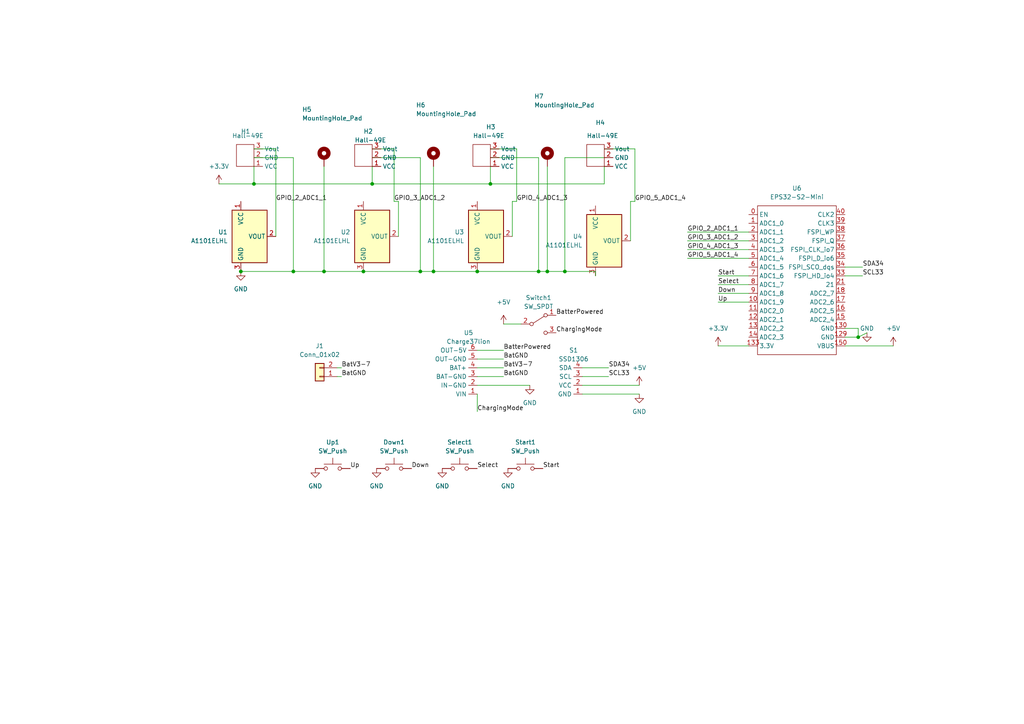
<source format=kicad_sch>
(kicad_sch (version 20211123) (generator eeschema)

  (uuid 43131a85-3f45-4b7b-9b68-70f8973e99b1)

  (paper "A4")

  (lib_symbols
    (symbol "Connector_Generic:Conn_01x02" (pin_names (offset 1.016) hide) (in_bom yes) (on_board yes)
      (property "Reference" "J" (id 0) (at 0 2.54 0)
        (effects (font (size 1.27 1.27)))
      )
      (property "Value" "Conn_01x02" (id 1) (at 0 -5.08 0)
        (effects (font (size 1.27 1.27)))
      )
      (property "Footprint" "" (id 2) (at 0 0 0)
        (effects (font (size 1.27 1.27)) hide)
      )
      (property "Datasheet" "~" (id 3) (at 0 0 0)
        (effects (font (size 1.27 1.27)) hide)
      )
      (property "ki_keywords" "connector" (id 4) (at 0 0 0)
        (effects (font (size 1.27 1.27)) hide)
      )
      (property "ki_description" "Generic connector, single row, 01x02, script generated (kicad-library-utils/schlib/autogen/connector/)" (id 5) (at 0 0 0)
        (effects (font (size 1.27 1.27)) hide)
      )
      (property "ki_fp_filters" "Connector*:*_1x??_*" (id 6) (at 0 0 0)
        (effects (font (size 1.27 1.27)) hide)
      )
      (symbol "Conn_01x02_1_1"
        (rectangle (start -1.27 -2.413) (end 0 -2.667)
          (stroke (width 0.1524) (type default) (color 0 0 0 0))
          (fill (type none))
        )
        (rectangle (start -1.27 0.127) (end 0 -0.127)
          (stroke (width 0.1524) (type default) (color 0 0 0 0))
          (fill (type none))
        )
        (rectangle (start -1.27 1.27) (end 1.27 -3.81)
          (stroke (width 0.254) (type default) (color 0 0 0 0))
          (fill (type background))
        )
        (pin passive line (at -5.08 0 0) (length 3.81)
          (name "Pin_1" (effects (font (size 1.27 1.27))))
          (number "1" (effects (font (size 1.27 1.27))))
        )
        (pin passive line (at -5.08 -2.54 0) (length 3.81)
          (name "Pin_2" (effects (font (size 1.27 1.27))))
          (number "2" (effects (font (size 1.27 1.27))))
        )
      )
    )
    (symbol "Mechanical:MountingHole_Pad" (pin_numbers hide) (pin_names (offset 1.016) hide) (in_bom yes) (on_board yes)
      (property "Reference" "H" (id 0) (at 0 6.35 0)
        (effects (font (size 1.27 1.27)))
      )
      (property "Value" "MountingHole_Pad" (id 1) (at 0 4.445 0)
        (effects (font (size 1.27 1.27)))
      )
      (property "Footprint" "" (id 2) (at 0 0 0)
        (effects (font (size 1.27 1.27)) hide)
      )
      (property "Datasheet" "~" (id 3) (at 0 0 0)
        (effects (font (size 1.27 1.27)) hide)
      )
      (property "ki_keywords" "mounting hole" (id 4) (at 0 0 0)
        (effects (font (size 1.27 1.27)) hide)
      )
      (property "ki_description" "Mounting Hole with connection" (id 5) (at 0 0 0)
        (effects (font (size 1.27 1.27)) hide)
      )
      (property "ki_fp_filters" "MountingHole*Pad*" (id 6) (at 0 0 0)
        (effects (font (size 1.27 1.27)) hide)
      )
      (symbol "MountingHole_Pad_0_1"
        (circle (center 0 1.27) (radius 1.27)
          (stroke (width 1.27) (type default) (color 0 0 0 0))
          (fill (type none))
        )
      )
      (symbol "MountingHole_Pad_1_1"
        (pin input line (at 0 -2.54 90) (length 2.54)
          (name "1" (effects (font (size 1.27 1.27))))
          (number "1" (effects (font (size 1.27 1.27))))
        )
      )
    )
    (symbol "OpenMuscleLibrary:Charge37lion" (in_bom yes) (on_board yes)
      (property "Reference" "U" (id 0) (at 0 0 0)
        (effects (font (size 1.27 1.27)))
      )
      (property "Value" "Charge37lion" (id 1) (at 0 0 0)
        (effects (font (size 1.27 1.27)))
      )
      (property "Footprint" "" (id 2) (at 0 0 0)
        (effects (font (size 1.27 1.27)) hide)
      )
      (property "Datasheet" "" (id 3) (at 0 0 0)
        (effects (font (size 1.27 1.27)) hide)
      )
      (symbol "Charge37lion_1_1"
        (pin input line (at 2.54 -16.51 180) (length 2.54)
          (name "VIN" (effects (font (size 1.27 1.27))))
          (number "1" (effects (font (size 1.27 1.27))))
        )
        (pin input line (at 2.54 -13.97 180) (length 2.54)
          (name "IN-GND" (effects (font (size 1.27 1.27))))
          (number "2" (effects (font (size 1.27 1.27))))
        )
        (pin input line (at 2.54 -11.43 180) (length 2.54)
          (name "BAT-GND" (effects (font (size 1.27 1.27))))
          (number "3" (effects (font (size 1.27 1.27))))
        )
        (pin input line (at 2.54 -8.89 180) (length 2.54)
          (name "BAT+" (effects (font (size 1.27 1.27))))
          (number "4" (effects (font (size 1.27 1.27))))
        )
        (pin input line (at 2.54 -6.35 180) (length 2.54)
          (name "OUT-GND" (effects (font (size 1.27 1.27))))
          (number "5" (effects (font (size 1.27 1.27))))
        )
        (pin input line (at 2.54 -3.81 180) (length 2.54)
          (name "OUT-5V" (effects (font (size 1.27 1.27))))
          (number "6" (effects (font (size 1.27 1.27))))
        )
      )
    )
    (symbol "OpenMuscleLibrary:EPS32-S2-Mini" (in_bom yes) (on_board yes)
      (property "Reference" "U" (id 0) (at 0 17.78 0)
        (effects (font (size 1.27 1.27)))
      )
      (property "Value" "EPS32-S2-Mini" (id 1) (at 0 20.32 0)
        (effects (font (size 1.27 1.27)))
      )
      (property "Footprint" "" (id 2) (at 0 0 0)
        (effects (font (size 1.27 1.27)) hide)
      )
      (property "Datasheet" "" (id 3) (at 0 0 0)
        (effects (font (size 1.27 1.27)) hide)
      )
      (symbol "EPS32-S2-Mini_0_1"
        (rectangle (start -12.7 16.51) (end 10.16 -26.67)
          (stroke (width 0) (type default) (color 0 0 0 0))
          (fill (type none))
        )
      )
      (symbol "EPS32-S2-Mini_1_1"
        (pin input line (at -15.24 13.97 0) (length 2.54)
          (name "EN" (effects (font (size 1.27 1.27))))
          (number "0" (effects (font (size 1.27 1.27))))
        )
        (pin input line (at -15.24 11.43 0) (length 2.54)
          (name "ADC1_0" (effects (font (size 1.27 1.27))))
          (number "1" (effects (font (size 1.27 1.27))))
        )
        (pin input line (at -15.24 -11.43 0) (length 2.54)
          (name "ADC1_9" (effects (font (size 1.27 1.27))))
          (number "10" (effects (font (size 1.27 1.27))))
        )
        (pin input line (at -15.24 -13.97 0) (length 2.54)
          (name "ADC2_0" (effects (font (size 1.27 1.27))))
          (number "11" (effects (font (size 1.27 1.27))))
        )
        (pin input line (at -15.24 -16.51 0) (length 2.54)
          (name "ADC2_1" (effects (font (size 1.27 1.27))))
          (number "12" (effects (font (size 1.27 1.27))))
        )
        (pin input line (at 12.7 -21.59 180) (length 2.54)
          (name "GND" (effects (font (size 1.27 1.27))))
          (number "129" (effects (font (size 1.27 1.27))))
        )
        (pin input line (at -15.24 -19.05 0) (length 2.54)
          (name "ADC2_2" (effects (font (size 1.27 1.27))))
          (number "13" (effects (font (size 1.27 1.27))))
        )
        (pin input line (at 12.7 -19.05 180) (length 2.54)
          (name "GND" (effects (font (size 1.27 1.27))))
          (number "130" (effects (font (size 1.27 1.27))))
        )
        (pin input line (at -15.24 -24.13 0) (length 2.54)
          (name "3.3V" (effects (font (size 1.27 1.27))))
          (number "133" (effects (font (size 1.27 1.27))))
        )
        (pin input line (at -15.24 -21.59 0) (length 2.54)
          (name "ADC2_3" (effects (font (size 1.27 1.27))))
          (number "14" (effects (font (size 1.27 1.27))))
        )
        (pin input line (at 12.7 -16.51 180) (length 2.54)
          (name "ADC2_4" (effects (font (size 1.27 1.27))))
          (number "15" (effects (font (size 1.27 1.27))))
        )
        (pin input line (at 12.7 -24.13 180) (length 2.54)
          (name "VBUS" (effects (font (size 1.27 1.27))))
          (number "150" (effects (font (size 1.27 1.27))))
        )
        (pin input line (at 12.7 -13.97 180) (length 2.54)
          (name "ADC2_5" (effects (font (size 1.27 1.27))))
          (number "16" (effects (font (size 1.27 1.27))))
        )
        (pin input line (at 12.7 -11.43 180) (length 2.54)
          (name "ADC2_6" (effects (font (size 1.27 1.27))))
          (number "17" (effects (font (size 1.27 1.27))))
        )
        (pin input line (at 12.7 -8.89 180) (length 2.54)
          (name "ADC2_7" (effects (font (size 1.27 1.27))))
          (number "18" (effects (font (size 1.27 1.27))))
        )
        (pin input line (at -15.24 8.89 0) (length 2.54)
          (name "ADC1_1" (effects (font (size 1.27 1.27))))
          (number "2" (effects (font (size 1.27 1.27))))
        )
        (pin input line (at 12.7 -6.35 180) (length 2.54)
          (name "21" (effects (font (size 1.27 1.27))))
          (number "21" (effects (font (size 1.27 1.27))))
        )
        (pin input line (at -15.24 6.35 0) (length 2.54)
          (name "ADC1_2" (effects (font (size 1.27 1.27))))
          (number "3" (effects (font (size 1.27 1.27))))
        )
        (pin input line (at 12.7 -3.81 180) (length 2.54)
          (name "FSPI_HD_io4" (effects (font (size 1.27 1.27))))
          (number "33" (effects (font (size 1.27 1.27))))
        )
        (pin input line (at 12.7 -1.27 180) (length 2.54)
          (name "FSPI_SCO_dqs" (effects (font (size 1.27 1.27))))
          (number "34" (effects (font (size 1.27 1.27))))
        )
        (pin input line (at 12.7 1.27 180) (length 2.54)
          (name "FSPI_D_io6" (effects (font (size 1.27 1.27))))
          (number "35" (effects (font (size 1.27 1.27))))
        )
        (pin input line (at 12.7 3.81 180) (length 2.54)
          (name "FSPI_CLK_io7" (effects (font (size 1.27 1.27))))
          (number "36" (effects (font (size 1.27 1.27))))
        )
        (pin input line (at 12.7 6.35 180) (length 2.54)
          (name "FSPI_Q" (effects (font (size 1.27 1.27))))
          (number "37" (effects (font (size 1.27 1.27))))
        )
        (pin input line (at 12.7 8.89 180) (length 2.54)
          (name "FSPI_WP" (effects (font (size 1.27 1.27))))
          (number "38" (effects (font (size 1.27 1.27))))
        )
        (pin input line (at 12.7 11.43 180) (length 2.54)
          (name "CLK3" (effects (font (size 1.27 1.27))))
          (number "39" (effects (font (size 1.27 1.27))))
        )
        (pin input line (at -15.24 3.81 0) (length 2.54)
          (name "ADC1_3" (effects (font (size 1.27 1.27))))
          (number "4" (effects (font (size 1.27 1.27))))
        )
        (pin input line (at 12.7 13.97 180) (length 2.54)
          (name "CLK2" (effects (font (size 1.27 1.27))))
          (number "40" (effects (font (size 1.27 1.27))))
        )
        (pin input line (at -15.24 1.27 0) (length 2.54)
          (name "ADC1_4" (effects (font (size 1.27 1.27))))
          (number "5" (effects (font (size 1.27 1.27))))
        )
        (pin input line (at -15.24 -1.27 0) (length 2.54)
          (name "ADC1_5" (effects (font (size 1.27 1.27))))
          (number "6" (effects (font (size 1.27 1.27))))
        )
        (pin input line (at -15.24 -3.81 0) (length 2.54)
          (name "ADC1_6" (effects (font (size 1.27 1.27))))
          (number "7" (effects (font (size 1.27 1.27))))
        )
        (pin input line (at -15.24 -6.35 0) (length 2.54)
          (name "ADC1_7" (effects (font (size 1.27 1.27))))
          (number "8" (effects (font (size 1.27 1.27))))
        )
        (pin input line (at -15.24 -8.89 0) (length 2.54)
          (name "ADC1_8" (effects (font (size 1.27 1.27))))
          (number "9" (effects (font (size 1.27 1.27))))
        )
      )
    )
    (symbol "OpenMuscleLibrary:Hall-49E" (in_bom yes) (on_board yes)
      (property "Reference" "H" (id 0) (at -1.27 5.08 0)
        (effects (font (size 1.27 1.27)))
      )
      (property "Value" "Hall-49E" (id 1) (at 2.54 7.62 0)
        (effects (font (size 1.27 1.27)))
      )
      (property "Footprint" "" (id 2) (at 0 0 0)
        (effects (font (size 1.27 1.27)) hide)
      )
      (property "Datasheet" "" (id 3) (at 0 0 0)
        (effects (font (size 1.27 1.27)) hide)
      )
      (symbol "Hall-49E_0_1"
        (rectangle (start -2.54 3.81) (end 2.54 -2.54)
          (stroke (width 0) (type default) (color 0 0 0 0))
          (fill (type none))
        )
      )
      (symbol "Hall-49E_1_1"
        (pin input line (at 2.54 -2.54 0) (length 2.54)
          (name "VCC" (effects (font (size 1.27 1.27))))
          (number "1" (effects (font (size 1.27 1.27))))
        )
        (pin input line (at 2.54 0 0) (length 2.54)
          (name "GND" (effects (font (size 1.27 1.27))))
          (number "2" (effects (font (size 1.27 1.27))))
        )
        (pin output line (at 2.54 2.54 0) (length 2.54)
          (name "Vout" (effects (font (size 1.27 1.27))))
          (number "3" (effects (font (size 1.27 1.27))))
        )
      )
    )
    (symbol "OpenMuscleLibrary:SSD1306" (in_bom yes) (on_board yes)
      (property "Reference" "S" (id 0) (at 0 0 0)
        (effects (font (size 1.27 1.27)))
      )
      (property "Value" "SSD1306" (id 1) (at 0 0 0)
        (effects (font (size 1.27 1.27)))
      )
      (property "Footprint" "" (id 2) (at 0 0 0)
        (effects (font (size 1.27 1.27)) hide)
      )
      (property "Datasheet" "" (id 3) (at 0 0 0)
        (effects (font (size 1.27 1.27)) hide)
      )
      (symbol "SSD1306_1_1"
        (pin input line (at 1.27 -11.43 180) (length 2.54)
          (name "GND" (effects (font (size 1.27 1.27))))
          (number "1" (effects (font (size 1.27 1.27))))
        )
        (pin input line (at 1.27 -8.89 180) (length 2.54)
          (name "VCC" (effects (font (size 1.27 1.27))))
          (number "2" (effects (font (size 1.27 1.27))))
        )
        (pin input line (at 1.27 -6.35 180) (length 2.54)
          (name "SCL" (effects (font (size 1.27 1.27))))
          (number "3" (effects (font (size 1.27 1.27))))
        )
        (pin input line (at 1.27 -3.81 180) (length 2.54)
          (name "SDA" (effects (font (size 1.27 1.27))))
          (number "4" (effects (font (size 1.27 1.27))))
        )
      )
    )
    (symbol "Sensor_Magnetic:A1101ELHL" (in_bom yes) (on_board yes)
      (property "Reference" "U" (id 0) (at 0 11.43 0)
        (effects (font (size 1.27 1.27)) (justify left))
      )
      (property "Value" "A1101ELHL" (id 1) (at 0 8.89 0)
        (effects (font (size 1.27 1.27)) (justify left))
      )
      (property "Footprint" "Package_TO_SOT_SMD:SOT-23W" (id 2) (at 0 -8.89 0)
        (effects (font (size 1.27 1.27) italic) (justify left) hide)
      )
      (property "Datasheet" "https://www.allegromicro.com/-/media/files/datasheets/a110x-datasheet.ashx" (id 3) (at 0 16.51 0)
        (effects (font (size 1.27 1.27)) hide)
      )
      (property "ki_keywords" "hall switch" (id 4) (at 0 0 0)
        (effects (font (size 1.27 1.27)) hide)
      )
      (property "ki_description" "Hall effect switch, unipolar, Bop=100G, Brp=45G, -40C to +85C, SOT-23W" (id 5) (at 0 0 0)
        (effects (font (size 1.27 1.27)) hide)
      )
      (property "ki_fp_filters" "SOT?23*" (id 6) (at 0 0 0)
        (effects (font (size 1.27 1.27)) hide)
      )
      (symbol "A1101ELHL_0_1"
        (rectangle (start -5.08 7.62) (end 5.08 -7.62)
          (stroke (width 0.254) (type default) (color 0 0 0 0))
          (fill (type background))
        )
      )
      (symbol "A1101ELHL_1_1"
        (pin power_in line (at -2.54 10.16 270) (length 2.54)
          (name "VCC" (effects (font (size 1.27 1.27))))
          (number "1" (effects (font (size 1.27 1.27))))
        )
        (pin open_collector line (at 7.62 0 180) (length 2.54)
          (name "VOUT" (effects (font (size 1.27 1.27))))
          (number "2" (effects (font (size 1.27 1.27))))
        )
        (pin power_in line (at -2.54 -10.16 90) (length 2.54)
          (name "GND" (effects (font (size 1.27 1.27))))
          (number "3" (effects (font (size 1.27 1.27))))
        )
      )
    )
    (symbol "Switch:SW_Push" (pin_numbers hide) (pin_names (offset 1.016) hide) (in_bom yes) (on_board yes)
      (property "Reference" "SW" (id 0) (at 1.27 2.54 0)
        (effects (font (size 1.27 1.27)) (justify left))
      )
      (property "Value" "SW_Push" (id 1) (at 0 -1.524 0)
        (effects (font (size 1.27 1.27)))
      )
      (property "Footprint" "" (id 2) (at 0 5.08 0)
        (effects (font (size 1.27 1.27)) hide)
      )
      (property "Datasheet" "~" (id 3) (at 0 5.08 0)
        (effects (font (size 1.27 1.27)) hide)
      )
      (property "ki_keywords" "switch normally-open pushbutton push-button" (id 4) (at 0 0 0)
        (effects (font (size 1.27 1.27)) hide)
      )
      (property "ki_description" "Push button switch, generic, two pins" (id 5) (at 0 0 0)
        (effects (font (size 1.27 1.27)) hide)
      )
      (symbol "SW_Push_0_1"
        (circle (center -2.032 0) (radius 0.508)
          (stroke (width 0) (type default) (color 0 0 0 0))
          (fill (type none))
        )
        (polyline
          (pts
            (xy 0 1.27)
            (xy 0 3.048)
          )
          (stroke (width 0) (type default) (color 0 0 0 0))
          (fill (type none))
        )
        (polyline
          (pts
            (xy 2.54 1.27)
            (xy -2.54 1.27)
          )
          (stroke (width 0) (type default) (color 0 0 0 0))
          (fill (type none))
        )
        (circle (center 2.032 0) (radius 0.508)
          (stroke (width 0) (type default) (color 0 0 0 0))
          (fill (type none))
        )
        (pin passive line (at -5.08 0 0) (length 2.54)
          (name "1" (effects (font (size 1.27 1.27))))
          (number "1" (effects (font (size 1.27 1.27))))
        )
        (pin passive line (at 5.08 0 180) (length 2.54)
          (name "2" (effects (font (size 1.27 1.27))))
          (number "2" (effects (font (size 1.27 1.27))))
        )
      )
    )
    (symbol "Switch:SW_SPDT" (pin_names (offset 0) hide) (in_bom yes) (on_board yes)
      (property "Reference" "SW" (id 0) (at 0 4.318 0)
        (effects (font (size 1.27 1.27)))
      )
      (property "Value" "SW_SPDT" (id 1) (at 0 -5.08 0)
        (effects (font (size 1.27 1.27)))
      )
      (property "Footprint" "" (id 2) (at 0 0 0)
        (effects (font (size 1.27 1.27)) hide)
      )
      (property "Datasheet" "~" (id 3) (at 0 0 0)
        (effects (font (size 1.27 1.27)) hide)
      )
      (property "ki_keywords" "switch single-pole double-throw spdt ON-ON" (id 4) (at 0 0 0)
        (effects (font (size 1.27 1.27)) hide)
      )
      (property "ki_description" "Switch, single pole double throw" (id 5) (at 0 0 0)
        (effects (font (size 1.27 1.27)) hide)
      )
      (symbol "SW_SPDT_0_0"
        (circle (center -2.032 0) (radius 0.508)
          (stroke (width 0) (type default) (color 0 0 0 0))
          (fill (type none))
        )
        (circle (center 2.032 -2.54) (radius 0.508)
          (stroke (width 0) (type default) (color 0 0 0 0))
          (fill (type none))
        )
      )
      (symbol "SW_SPDT_0_1"
        (polyline
          (pts
            (xy -1.524 0.254)
            (xy 1.651 2.286)
          )
          (stroke (width 0) (type default) (color 0 0 0 0))
          (fill (type none))
        )
        (circle (center 2.032 2.54) (radius 0.508)
          (stroke (width 0) (type default) (color 0 0 0 0))
          (fill (type none))
        )
      )
      (symbol "SW_SPDT_1_1"
        (pin passive line (at 5.08 2.54 180) (length 2.54)
          (name "A" (effects (font (size 1.27 1.27))))
          (number "1" (effects (font (size 1.27 1.27))))
        )
        (pin passive line (at -5.08 0 0) (length 2.54)
          (name "B" (effects (font (size 1.27 1.27))))
          (number "2" (effects (font (size 1.27 1.27))))
        )
        (pin passive line (at 5.08 -2.54 180) (length 2.54)
          (name "C" (effects (font (size 1.27 1.27))))
          (number "3" (effects (font (size 1.27 1.27))))
        )
      )
    )
    (symbol "power:+3.3V" (power) (pin_names (offset 0)) (in_bom yes) (on_board yes)
      (property "Reference" "#PWR" (id 0) (at 0 -3.81 0)
        (effects (font (size 1.27 1.27)) hide)
      )
      (property "Value" "+3.3V" (id 1) (at 0 3.556 0)
        (effects (font (size 1.27 1.27)))
      )
      (property "Footprint" "" (id 2) (at 0 0 0)
        (effects (font (size 1.27 1.27)) hide)
      )
      (property "Datasheet" "" (id 3) (at 0 0 0)
        (effects (font (size 1.27 1.27)) hide)
      )
      (property "ki_keywords" "power-flag" (id 4) (at 0 0 0)
        (effects (font (size 1.27 1.27)) hide)
      )
      (property "ki_description" "Power symbol creates a global label with name \"+3.3V\"" (id 5) (at 0 0 0)
        (effects (font (size 1.27 1.27)) hide)
      )
      (symbol "+3.3V_0_1"
        (polyline
          (pts
            (xy -0.762 1.27)
            (xy 0 2.54)
          )
          (stroke (width 0) (type default) (color 0 0 0 0))
          (fill (type none))
        )
        (polyline
          (pts
            (xy 0 0)
            (xy 0 2.54)
          )
          (stroke (width 0) (type default) (color 0 0 0 0))
          (fill (type none))
        )
        (polyline
          (pts
            (xy 0 2.54)
            (xy 0.762 1.27)
          )
          (stroke (width 0) (type default) (color 0 0 0 0))
          (fill (type none))
        )
      )
      (symbol "+3.3V_1_1"
        (pin power_in line (at 0 0 90) (length 0) hide
          (name "+3.3V" (effects (font (size 1.27 1.27))))
          (number "1" (effects (font (size 1.27 1.27))))
        )
      )
    )
    (symbol "power:+5V" (power) (pin_names (offset 0)) (in_bom yes) (on_board yes)
      (property "Reference" "#PWR" (id 0) (at 0 -3.81 0)
        (effects (font (size 1.27 1.27)) hide)
      )
      (property "Value" "+5V" (id 1) (at 0 3.556 0)
        (effects (font (size 1.27 1.27)))
      )
      (property "Footprint" "" (id 2) (at 0 0 0)
        (effects (font (size 1.27 1.27)) hide)
      )
      (property "Datasheet" "" (id 3) (at 0 0 0)
        (effects (font (size 1.27 1.27)) hide)
      )
      (property "ki_keywords" "power-flag" (id 4) (at 0 0 0)
        (effects (font (size 1.27 1.27)) hide)
      )
      (property "ki_description" "Power symbol creates a global label with name \"+5V\"" (id 5) (at 0 0 0)
        (effects (font (size 1.27 1.27)) hide)
      )
      (symbol "+5V_0_1"
        (polyline
          (pts
            (xy -0.762 1.27)
            (xy 0 2.54)
          )
          (stroke (width 0) (type default) (color 0 0 0 0))
          (fill (type none))
        )
        (polyline
          (pts
            (xy 0 0)
            (xy 0 2.54)
          )
          (stroke (width 0) (type default) (color 0 0 0 0))
          (fill (type none))
        )
        (polyline
          (pts
            (xy 0 2.54)
            (xy 0.762 1.27)
          )
          (stroke (width 0) (type default) (color 0 0 0 0))
          (fill (type none))
        )
      )
      (symbol "+5V_1_1"
        (pin power_in line (at 0 0 90) (length 0) hide
          (name "+5V" (effects (font (size 1.27 1.27))))
          (number "1" (effects (font (size 1.27 1.27))))
        )
      )
    )
    (symbol "power:GND" (power) (pin_names (offset 0)) (in_bom yes) (on_board yes)
      (property "Reference" "#PWR" (id 0) (at 0 -6.35 0)
        (effects (font (size 1.27 1.27)) hide)
      )
      (property "Value" "GND" (id 1) (at 0 -3.81 0)
        (effects (font (size 1.27 1.27)))
      )
      (property "Footprint" "" (id 2) (at 0 0 0)
        (effects (font (size 1.27 1.27)) hide)
      )
      (property "Datasheet" "" (id 3) (at 0 0 0)
        (effects (font (size 1.27 1.27)) hide)
      )
      (property "ki_keywords" "power-flag" (id 4) (at 0 0 0)
        (effects (font (size 1.27 1.27)) hide)
      )
      (property "ki_description" "Power symbol creates a global label with name \"GND\" , ground" (id 5) (at 0 0 0)
        (effects (font (size 1.27 1.27)) hide)
      )
      (symbol "GND_0_1"
        (polyline
          (pts
            (xy 0 0)
            (xy 0 -1.27)
            (xy 1.27 -1.27)
            (xy 0 -2.54)
            (xy -1.27 -1.27)
            (xy 0 -1.27)
          )
          (stroke (width 0) (type default) (color 0 0 0 0))
          (fill (type none))
        )
      )
      (symbol "GND_1_1"
        (pin power_in line (at 0 0 270) (length 0) hide
          (name "GND" (effects (font (size 1.27 1.27))))
          (number "1" (effects (font (size 1.27 1.27))))
        )
      )
    )
  )

  (junction (at 158.75 78.74) (diameter 0) (color 0 0 0 0)
    (uuid 2254936f-0a26-4e28-afda-43522ee3cee9)
  )
  (junction (at 73.66 53.34) (diameter 0) (color 0 0 0 0)
    (uuid 4786420d-23c8-470e-8374-e5dcd9d35f33)
  )
  (junction (at 125.73 78.74) (diameter 0) (color 0 0 0 0)
    (uuid 4949c388-27e0-4eda-bf54-e41f07aedf8f)
  )
  (junction (at 156.21 78.74) (diameter 0) (color 0 0 0 0)
    (uuid 4dd2ffa9-c6e0-4503-94ec-5bbc09142242)
  )
  (junction (at 248.92 97.79) (diameter 0) (color 0 0 0 0)
    (uuid 74380081-721f-4978-afd4-e2fb4db3955b)
  )
  (junction (at 69.85 78.74) (diameter 0) (color 0 0 0 0)
    (uuid 77651223-54d8-4605-b37c-bf8c9538a46b)
  )
  (junction (at 85.09 78.74) (diameter 0) (color 0 0 0 0)
    (uuid 7acec3e9-cc4e-47b6-baa9-fad196e591c4)
  )
  (junction (at 107.95 53.34) (diameter 0) (color 0 0 0 0)
    (uuid 7e4b8ecd-4913-429a-84bf-0ca408229706)
  )
  (junction (at 121.92 78.74) (diameter 0) (color 0 0 0 0)
    (uuid 8351dfca-cf60-448a-90d2-dd74d78a5b0f)
  )
  (junction (at 163.83 78.74) (diameter 0) (color 0 0 0 0)
    (uuid 9189fce4-509a-4dd1-a39d-123ada26431f)
  )
  (junction (at 105.41 78.74) (diameter 0) (color 0 0 0 0)
    (uuid 91ef1b0a-6926-438c-951c-d74ed1ffcff4)
  )
  (junction (at 138.43 78.74) (diameter 0) (color 0 0 0 0)
    (uuid 9ce39c3d-39c2-42fd-ad63-b6100d9a9eab)
  )
  (junction (at 142.24 53.34) (diameter 0) (color 0 0 0 0)
    (uuid d09a6327-c12f-4708-8b0d-4bfba203f1a9)
  )
  (junction (at 93.98 78.74) (diameter 0) (color 0 0 0 0)
    (uuid d2aaf305-8d65-4294-84c3-c206fc0c9b71)
  )

  (wire (pts (xy 107.95 45.72) (xy 121.92 45.72))
    (stroke (width 0) (type default) (color 0 0 0 0))
    (uuid 02ddc096-3bb9-46c9-b1ef-4bde8496320c)
  )
  (wire (pts (xy 85.09 45.72) (xy 85.09 78.74))
    (stroke (width 0) (type default) (color 0 0 0 0))
    (uuid 0418376b-6ffd-42bb-9a12-7a6dae95f799)
  )
  (wire (pts (xy 199.39 72.39) (xy 217.17 72.39))
    (stroke (width 0) (type default) (color 0 0 0 0))
    (uuid 04b6684c-bc6f-4d7f-8ae2-1c8991141adc)
  )
  (wire (pts (xy 142.24 48.26) (xy 142.24 53.34))
    (stroke (width 0) (type default) (color 0 0 0 0))
    (uuid 073f7e63-4551-4d15-b3f8-5b1a502fbc8c)
  )
  (wire (pts (xy 63.5 53.34) (xy 73.66 53.34))
    (stroke (width 0) (type default) (color 0 0 0 0))
    (uuid 0764ebd9-a0bc-41cb-b55a-97c4a55f7742)
  )
  (wire (pts (xy 168.91 106.68) (xy 176.53 106.68))
    (stroke (width 0) (type default) (color 0 0 0 0))
    (uuid 092ecf90-f27d-4314-9961-5c1d30f31546)
  )
  (wire (pts (xy 208.28 100.33) (xy 217.17 100.33))
    (stroke (width 0) (type default) (color 0 0 0 0))
    (uuid 0afa273f-871f-4f18-85e6-63e7a4b2e080)
  )
  (wire (pts (xy 208.28 87.63) (xy 217.17 87.63))
    (stroke (width 0) (type default) (color 0 0 0 0))
    (uuid 0b2ae10c-fa1b-4be8-9811-6a31b69c2d13)
  )
  (wire (pts (xy 142.24 45.72) (xy 156.21 45.72))
    (stroke (width 0) (type default) (color 0 0 0 0))
    (uuid 0e866717-2182-4cfa-83d3-1c1fd0e11ce9)
  )
  (wire (pts (xy 199.39 69.85) (xy 217.17 69.85))
    (stroke (width 0) (type default) (color 0 0 0 0))
    (uuid 1548f775-1213-451a-b281-85d366b18fb0)
  )
  (wire (pts (xy 156.21 78.74) (xy 158.75 78.74))
    (stroke (width 0) (type default) (color 0 0 0 0))
    (uuid 15a99fee-a9e8-43da-b052-ad3eb0293153)
  )
  (wire (pts (xy 250.19 77.47) (xy 245.11 77.47))
    (stroke (width 0) (type default) (color 0 0 0 0))
    (uuid 1f7ece61-9144-4b3c-82da-34cba9afd9f9)
  )
  (wire (pts (xy 148.59 58.42) (xy 149.86 58.42))
    (stroke (width 0) (type default) (color 0 0 0 0))
    (uuid 236d2f2d-2c1e-49dd-a97e-797050d5ef97)
  )
  (wire (pts (xy 105.41 78.74) (xy 121.92 78.74))
    (stroke (width 0) (type default) (color 0 0 0 0))
    (uuid 24bb36ef-94ae-470b-8b75-0be62befb08e)
  )
  (wire (pts (xy 73.66 48.26) (xy 73.66 53.34))
    (stroke (width 0) (type default) (color 0 0 0 0))
    (uuid 285a9937-8518-48bf-b230-354bf5d8a8a1)
  )
  (wire (pts (xy 93.98 48.26) (xy 93.98 78.74))
    (stroke (width 0) (type default) (color 0 0 0 0))
    (uuid 28a99bca-8cfd-437c-b1ce-b4566418c3ec)
  )
  (wire (pts (xy 97.79 109.22) (xy 99.06 109.22))
    (stroke (width 0) (type default) (color 0 0 0 0))
    (uuid 32c56ec5-9ac0-45cb-9e56-ad5d6f382874)
  )
  (wire (pts (xy 73.66 45.72) (xy 85.09 45.72))
    (stroke (width 0) (type default) (color 0 0 0 0))
    (uuid 387e2601-8da2-4ddb-ae94-7dd700170d30)
  )
  (wire (pts (xy 184.15 43.18) (xy 184.15 58.42))
    (stroke (width 0) (type default) (color 0 0 0 0))
    (uuid 3b1b1e71-f74f-4781-b4bb-2159830d438c)
  )
  (wire (pts (xy 115.57 58.42) (xy 114.3 58.42))
    (stroke (width 0) (type default) (color 0 0 0 0))
    (uuid 3c18e016-0e7d-470b-a14d-1730b6960b2a)
  )
  (wire (pts (xy 163.83 78.74) (xy 172.72 78.74))
    (stroke (width 0) (type default) (color 0 0 0 0))
    (uuid 42670ae1-2df9-436b-98a2-0a8cfcbfede0)
  )
  (wire (pts (xy 114.3 43.18) (xy 114.3 58.42))
    (stroke (width 0) (type default) (color 0 0 0 0))
    (uuid 44e72e07-a6da-4c40-8bc5-0fc84a6db503)
  )
  (wire (pts (xy 125.73 48.26) (xy 125.73 78.74))
    (stroke (width 0) (type default) (color 0 0 0 0))
    (uuid 46ff41b8-a8bb-4627-9cbe-43f0321e9f54)
  )
  (wire (pts (xy 69.85 78.74) (xy 85.09 78.74))
    (stroke (width 0) (type default) (color 0 0 0 0))
    (uuid 4b87f0f5-ab41-408c-affa-1c802826679b)
  )
  (wire (pts (xy 138.43 111.76) (xy 153.67 111.76))
    (stroke (width 0) (type default) (color 0 0 0 0))
    (uuid 4c3727a4-27ca-4d90-801b-14cb589d2b51)
  )
  (wire (pts (xy 245.11 95.25) (xy 248.92 95.25))
    (stroke (width 0) (type default) (color 0 0 0 0))
    (uuid 4f375914-934c-4f38-b079-d9a253dcd9e3)
  )
  (wire (pts (xy 156.21 45.72) (xy 156.21 78.74))
    (stroke (width 0) (type default) (color 0 0 0 0))
    (uuid 5049c0c8-828b-4d68-9a35-fab51e8f42a5)
  )
  (wire (pts (xy 142.24 43.18) (xy 149.86 43.18))
    (stroke (width 0) (type default) (color 0 0 0 0))
    (uuid 505d98f3-077d-48c1-80c9-245c48f05dba)
  )
  (wire (pts (xy 107.95 48.26) (xy 107.95 53.34))
    (stroke (width 0) (type default) (color 0 0 0 0))
    (uuid 558b2fb6-f717-48be-b300-aa1b0d2b461a)
  )
  (wire (pts (xy 248.92 95.25) (xy 248.92 97.79))
    (stroke (width 0) (type default) (color 0 0 0 0))
    (uuid 57bde48e-38d9-4c43-9c2e-4bf65fa2e440)
  )
  (wire (pts (xy 146.05 93.98) (xy 151.13 93.98))
    (stroke (width 0) (type default) (color 0 0 0 0))
    (uuid 58503a4c-f1ce-493d-bedf-3a193c72962a)
  )
  (wire (pts (xy 73.66 53.34) (xy 107.95 53.34))
    (stroke (width 0) (type default) (color 0 0 0 0))
    (uuid 591ef74b-cf7e-45e2-96b1-2176a98e880c)
  )
  (wire (pts (xy 125.73 78.74) (xy 138.43 78.74))
    (stroke (width 0) (type default) (color 0 0 0 0))
    (uuid 593eb8d2-a951-44a2-9fce-1da77fcddfb7)
  )
  (wire (pts (xy 175.26 43.18) (xy 184.15 43.18))
    (stroke (width 0) (type default) (color 0 0 0 0))
    (uuid 5b4809f8-29cb-44d7-86e2-7319318403c8)
  )
  (wire (pts (xy 182.88 69.85) (xy 182.88 58.42))
    (stroke (width 0) (type default) (color 0 0 0 0))
    (uuid 60d7219c-4c5e-47dd-a5f6-a800181a045b)
  )
  (wire (pts (xy 248.92 97.79) (xy 251.46 96.52))
    (stroke (width 0) (type default) (color 0 0 0 0))
    (uuid 6604bc0c-3a21-4760-958c-d23f9ed72d5f)
  )
  (wire (pts (xy 121.92 78.74) (xy 125.73 78.74))
    (stroke (width 0) (type default) (color 0 0 0 0))
    (uuid 67e51c0e-242c-4c44-be1d-a895a8413867)
  )
  (wire (pts (xy 121.92 45.72) (xy 121.92 78.74))
    (stroke (width 0) (type default) (color 0 0 0 0))
    (uuid 72a120b6-9b3e-428d-9ad1-2f8d3c303c2a)
  )
  (wire (pts (xy 73.66 43.18) (xy 80.01 43.18))
    (stroke (width 0) (type default) (color 0 0 0 0))
    (uuid 74c84c52-789e-4338-81cc-2f2cacfe5f0a)
  )
  (wire (pts (xy 158.75 48.26) (xy 158.75 78.74))
    (stroke (width 0) (type default) (color 0 0 0 0))
    (uuid 7a9a1e80-f1ef-45d3-8aea-f56c75c14f78)
  )
  (wire (pts (xy 85.09 78.74) (xy 93.98 78.74))
    (stroke (width 0) (type default) (color 0 0 0 0))
    (uuid 7dc8b978-7271-4cc6-9fcd-2ec597d0aaec)
  )
  (wire (pts (xy 208.28 85.09) (xy 217.17 85.09))
    (stroke (width 0) (type default) (color 0 0 0 0))
    (uuid 83df36ba-422a-4d0f-b072-ca9156858139)
  )
  (wire (pts (xy 115.57 68.58) (xy 115.57 58.42))
    (stroke (width 0) (type default) (color 0 0 0 0))
    (uuid 845efa89-8739-4b80-af2e-e951d2e89634)
  )
  (wire (pts (xy 168.91 109.22) (xy 176.53 109.22))
    (stroke (width 0) (type default) (color 0 0 0 0))
    (uuid 87c00483-8b98-47d0-8d01-ca20903d1ee3)
  )
  (wire (pts (xy 250.19 80.01) (xy 245.11 80.01))
    (stroke (width 0) (type default) (color 0 0 0 0))
    (uuid 88555534-181f-4673-ad0e-2d30e61a0b84)
  )
  (wire (pts (xy 80.01 43.18) (xy 80.01 68.58))
    (stroke (width 0) (type default) (color 0 0 0 0))
    (uuid 8ef02ea7-67d0-4a1c-9806-9c52c498dc56)
  )
  (wire (pts (xy 138.43 109.22) (xy 146.05 109.22))
    (stroke (width 0) (type default) (color 0 0 0 0))
    (uuid 8fefcf2e-e59f-48bb-a834-7d0255753fed)
  )
  (wire (pts (xy 149.86 43.18) (xy 149.86 58.42))
    (stroke (width 0) (type default) (color 0 0 0 0))
    (uuid 9126208a-22be-42cd-a683-10b0664f9ed1)
  )
  (wire (pts (xy 142.24 53.34) (xy 175.26 53.34))
    (stroke (width 0) (type default) (color 0 0 0 0))
    (uuid 923f4af8-2d46-4e70-8550-88443a435cb5)
  )
  (wire (pts (xy 107.95 43.18) (xy 114.3 43.18))
    (stroke (width 0) (type default) (color 0 0 0 0))
    (uuid 935039a6-03ba-4a58-b407-1f03e9798004)
  )
  (wire (pts (xy 138.43 114.3) (xy 138.43 119.38))
    (stroke (width 0) (type default) (color 0 0 0 0))
    (uuid 950c3ac7-4045-4b28-91b3-e80889676a52)
  )
  (wire (pts (xy 158.75 78.74) (xy 163.83 78.74))
    (stroke (width 0) (type default) (color 0 0 0 0))
    (uuid 9776ab27-45c6-44d4-b8c3-d55d3cdaba45)
  )
  (wire (pts (xy 97.79 106.68) (xy 99.06 106.68))
    (stroke (width 0) (type default) (color 0 0 0 0))
    (uuid 998fde23-b09a-4b3e-8b39-d0228868a8a1)
  )
  (wire (pts (xy 146.05 101.6) (xy 138.43 101.6))
    (stroke (width 0) (type default) (color 0 0 0 0))
    (uuid 9a6d0952-46e3-4358-bf4f-3070e7345aa1)
  )
  (wire (pts (xy 245.11 100.33) (xy 259.08 100.33))
    (stroke (width 0) (type default) (color 0 0 0 0))
    (uuid 9aa4d50f-e7be-41b5-bc06-7a89a94eb7f4)
  )
  (wire (pts (xy 208.28 80.01) (xy 217.17 80.01))
    (stroke (width 0) (type default) (color 0 0 0 0))
    (uuid a33864be-c0e7-44a3-8448-dc991599e1b9)
  )
  (wire (pts (xy 182.88 58.42) (xy 184.15 58.42))
    (stroke (width 0) (type default) (color 0 0 0 0))
    (uuid a7a6d0ca-cf10-405a-bc45-eafbe0b30041)
  )
  (wire (pts (xy 217.17 67.31) (xy 199.39 67.31))
    (stroke (width 0) (type default) (color 0 0 0 0))
    (uuid b31d8e91-bb9d-497b-832d-55f943ad0a3b)
  )
  (wire (pts (xy 138.43 78.74) (xy 156.21 78.74))
    (stroke (width 0) (type default) (color 0 0 0 0))
    (uuid b7657a65-ad98-4ed4-9e51-b2227408c6bd)
  )
  (wire (pts (xy 163.83 45.72) (xy 163.83 78.74))
    (stroke (width 0) (type default) (color 0 0 0 0))
    (uuid b80619d1-1b1e-4d0e-8742-8d171cb24d4a)
  )
  (wire (pts (xy 138.43 106.68) (xy 146.05 106.68))
    (stroke (width 0) (type default) (color 0 0 0 0))
    (uuid be4fb2c6-ef6f-45b1-b54c-1ddf2610a6ff)
  )
  (wire (pts (xy 168.91 114.3) (xy 185.42 114.3))
    (stroke (width 0) (type default) (color 0 0 0 0))
    (uuid c4717589-dddd-4ed9-aac3-471ea98be286)
  )
  (wire (pts (xy 148.59 68.58) (xy 148.59 58.42))
    (stroke (width 0) (type default) (color 0 0 0 0))
    (uuid c915221e-3e4b-49aa-b7d1-1c3c6dd46390)
  )
  (wire (pts (xy 245.11 97.79) (xy 248.92 97.79))
    (stroke (width 0) (type default) (color 0 0 0 0))
    (uuid cd19f94e-6668-4c89-ab97-496fc1b86237)
  )
  (wire (pts (xy 208.28 82.55) (xy 217.17 82.55))
    (stroke (width 0) (type default) (color 0 0 0 0))
    (uuid d2afba2e-8cd1-4679-93a1-7d0a5b74f200)
  )
  (wire (pts (xy 168.91 111.76) (xy 185.42 111.76))
    (stroke (width 0) (type default) (color 0 0 0 0))
    (uuid d7af8238-8e12-414c-92de-96d5857cbc2b)
  )
  (wire (pts (xy 138.43 104.14) (xy 146.05 104.14))
    (stroke (width 0) (type default) (color 0 0 0 0))
    (uuid d7fe7d10-d88f-4f65-bc73-3f3957e8ee88)
  )
  (wire (pts (xy 175.26 45.72) (xy 163.83 45.72))
    (stroke (width 0) (type default) (color 0 0 0 0))
    (uuid daf866fb-21d4-4dec-9688-4d83750066df)
  )
  (wire (pts (xy 172.72 78.74) (xy 172.72 80.01))
    (stroke (width 0) (type default) (color 0 0 0 0))
    (uuid f5f4301c-cacd-4925-9ac5-54d81b028b59)
  )
  (wire (pts (xy 107.95 53.34) (xy 142.24 53.34))
    (stroke (width 0) (type default) (color 0 0 0 0))
    (uuid f866173e-6e7a-472a-bd8f-8719d3f5d214)
  )
  (wire (pts (xy 93.98 78.74) (xy 105.41 78.74))
    (stroke (width 0) (type default) (color 0 0 0 0))
    (uuid f882e1dc-9d2a-4d0e-94ed-fd9a959b9616)
  )
  (wire (pts (xy 175.26 53.34) (xy 175.26 48.26))
    (stroke (width 0) (type default) (color 0 0 0 0))
    (uuid fc709dc8-22d6-48f2-a86c-463538d8b2de)
  )
  (wire (pts (xy 199.39 74.93) (xy 217.17 74.93))
    (stroke (width 0) (type default) (color 0 0 0 0))
    (uuid fd99ecbd-b6f7-4f7e-b586-b6492eb0cf60)
  )

  (label "SDA34" (at 250.19 77.47 0)
    (effects (font (size 1.27 1.27)) (justify left bottom))
    (uuid 046709fd-5ce7-44b8-b497-4be2b1f942b7)
  )
  (label "ChargingMode" (at 161.29 96.52 0)
    (effects (font (size 1.27 1.27)) (justify left bottom))
    (uuid 0fc74de7-bcc8-4a23-aa90-2ca1fd60fe22)
  )
  (label "SDA34" (at 176.53 106.68 0)
    (effects (font (size 1.27 1.27)) (justify left bottom))
    (uuid 189bf84f-f291-4d91-ad31-75b406a26707)
  )
  (label "GPIO_5_ADC1_4" (at 199.39 74.93 0)
    (effects (font (size 1.27 1.27)) (justify left bottom))
    (uuid 1a5a4df8-9378-4d66-9581-f18c597851db)
  )
  (label "BatV3-7" (at 99.06 106.68 0)
    (effects (font (size 1.27 1.27)) (justify left bottom))
    (uuid 2407d419-eaec-4632-8e38-865624413c78)
  )
  (label "GPIO_2_ADC1_1" (at 199.39 67.31 0)
    (effects (font (size 1.27 1.27)) (justify left bottom))
    (uuid 25a996c3-d545-4256-8cec-a14190063c58)
  )
  (label "GPIO_4_ADC1_3" (at 199.39 72.39 0)
    (effects (font (size 1.27 1.27)) (justify left bottom))
    (uuid 327fe8fe-dc24-4f0c-ba69-5ddb76c04f9b)
  )
  (label "Down" (at 208.28 85.09 0)
    (effects (font (size 1.27 1.27)) (justify left bottom))
    (uuid 38e1d10f-2a7b-4c7c-9c98-bbeb99f73317)
  )
  (label "SCL33" (at 250.19 80.01 0)
    (effects (font (size 1.27 1.27)) (justify left bottom))
    (uuid 3bacccc5-edcd-4733-ab44-d459440e5312)
  )
  (label "SCL33" (at 176.53 109.22 0)
    (effects (font (size 1.27 1.27)) (justify left bottom))
    (uuid 4f3c38f2-3580-4028-8be9-a1c448f0ab7e)
  )
  (label "BatGND" (at 99.06 109.22 0)
    (effects (font (size 1.27 1.27)) (justify left bottom))
    (uuid 514f8bba-73dd-451d-b32a-94655075adf9)
  )
  (label "GPIO_4_ADC1_3" (at 149.86 58.42 0)
    (effects (font (size 1.27 1.27)) (justify left bottom))
    (uuid 58d74de2-bec3-4df5-887b-ab3735ffa7bb)
  )
  (label "GPIO_2_ADC1_1" (at 80.01 58.42 0)
    (effects (font (size 1.27 1.27)) (justify left bottom))
    (uuid 5d1b9b04-7e55-44fa-bd2b-9e226bebcf28)
  )
  (label "GPIO_3_ADC1_2" (at 114.3 58.42 0)
    (effects (font (size 1.27 1.27)) (justify left bottom))
    (uuid 604271eb-b9ab-457b-95c4-0020cf901868)
  )
  (label "GPIO_5_ADC1_4" (at 184.15 58.42 0)
    (effects (font (size 1.27 1.27)) (justify left bottom))
    (uuid 6adf5141-78c5-4946-8cc0-60587fb6a379)
  )
  (label "Start" (at 208.28 80.01 0)
    (effects (font (size 1.27 1.27)) (justify left bottom))
    (uuid 71c65dcc-9804-4bc7-8ae6-3fc6d0d63cc9)
  )
  (label "Up" (at 208.28 87.63 0)
    (effects (font (size 1.27 1.27)) (justify left bottom))
    (uuid 7498f468-ac3d-4f13-b1a7-cc4d5a96e808)
  )
  (label "Up" (at 101.6 135.89 0)
    (effects (font (size 1.27 1.27)) (justify left bottom))
    (uuid 926d2f5e-c2c1-4429-9644-49f3f2b5dc7c)
  )
  (label "GPIO_3_ADC1_2" (at 199.39 69.85 0)
    (effects (font (size 1.27 1.27)) (justify left bottom))
    (uuid 9b749ba6-8948-4eed-9f26-a0ce8ba6872e)
  )
  (label "Start" (at 157.48 135.89 0)
    (effects (font (size 1.27 1.27)) (justify left bottom))
    (uuid 9c92806a-76e8-4825-90d6-223a8d96d550)
  )
  (label "BatV3-7" (at 146.05 106.68 0)
    (effects (font (size 1.27 1.27)) (justify left bottom))
    (uuid a2f5dad3-25b8-4f31-ae46-8043a0c6b88d)
  )
  (label "BatGND" (at 146.05 104.14 0)
    (effects (font (size 1.27 1.27)) (justify left bottom))
    (uuid a6f19896-d94a-4b44-bba3-cb741df9ffff)
  )
  (label "BatterPowered" (at 146.05 101.6 0)
    (effects (font (size 1.27 1.27)) (justify left bottom))
    (uuid c0fae01b-1cf3-4f3e-8d5a-c16ec6d9ce78)
  )
  (label "Down" (at 119.38 135.89 0)
    (effects (font (size 1.27 1.27)) (justify left bottom))
    (uuid c2433763-f62e-4118-931c-9706ec9886f0)
  )
  (label "ChargingMode" (at 138.43 119.38 0)
    (effects (font (size 1.27 1.27)) (justify left bottom))
    (uuid c358e2e6-ba00-453d-844c-79eec7cc7035)
  )
  (label "Select" (at 138.43 135.89 0)
    (effects (font (size 1.27 1.27)) (justify left bottom))
    (uuid d072af03-3fe1-4a2a-bd26-8c069d3385b5)
  )
  (label "BatGND" (at 146.05 109.22 0)
    (effects (font (size 1.27 1.27)) (justify left bottom))
    (uuid e26f3218-8290-4b21-9c97-10b2b393e485)
  )
  (label "Select" (at 208.28 82.55 0)
    (effects (font (size 1.27 1.27)) (justify left bottom))
    (uuid e895bc53-bae6-42cc-99d8-fb3bdedf28b9)
  )
  (label "BatterPowered" (at 161.29 91.44 0)
    (effects (font (size 1.27 1.27)) (justify left bottom))
    (uuid ece4d96e-f3df-4743-8edc-8fe12a6f95fe)
  )

  (symbol (lib_id "OpenMuscleLibrary:EPS32-S2-Mini") (at 232.41 76.2 0) (unit 1)
    (in_bom yes) (on_board yes) (fields_autoplaced)
    (uuid 057423e7-61f2-49f4-9287-beffae42a8b5)
    (property "Reference" "U6" (id 0) (at 231.14 54.61 0))
    (property "Value" "EPS32-S2-Mini" (id 1) (at 231.14 57.15 0))
    (property "Footprint" "00OpenMuscleFootprint:ESP32-S2-Mini" (id 2) (at 232.41 76.2 0)
      (effects (font (size 1.27 1.27)) hide)
    )
    (property "Datasheet" "" (id 3) (at 232.41 76.2 0)
      (effects (font (size 1.27 1.27)) hide)
    )
    (pin "0" (uuid 1593ffad-c37c-4949-adb1-56315df20cd0))
    (pin "1" (uuid 809fdafe-96b5-4957-b6ad-e5abbbb8949b))
    (pin "10" (uuid 4bfad333-66a5-4c22-8596-f6635562b7b8))
    (pin "11" (uuid 3624485b-86b0-40b2-9acb-c6aa22bd326e))
    (pin "12" (uuid 400ecb8c-89ea-4ba6-8da0-b242fbd0156b))
    (pin "129" (uuid bf17337d-604e-4a6f-9e4d-2c09b504497f))
    (pin "13" (uuid 208f000c-d879-46d6-a4fb-a6b31edf8cb9))
    (pin "130" (uuid 7c7e732c-e4cd-4054-946e-78f784154e5c))
    (pin "133" (uuid 54c7712f-1040-4568-91ca-39e4c698e77c))
    (pin "14" (uuid 0d928f87-5cb9-4713-ba3d-c693cc92f166))
    (pin "15" (uuid f1e7e7bf-24d4-489c-85f6-9edfdb867e17))
    (pin "150" (uuid c8da79fd-d32f-4b31-b7e8-14b6cc9bd7dd))
    (pin "16" (uuid add1ddfb-9d69-4778-90f3-c30ac0a60086))
    (pin "17" (uuid 32521f8e-0b8b-4187-8b5f-b514586c7e28))
    (pin "18" (uuid d7bc0cd7-897d-4d14-8491-227a85fbc16c))
    (pin "2" (uuid 85694690-ce5e-47ad-928a-e54e504580ce))
    (pin "21" (uuid e4a81b20-aa14-4ca5-acb3-9b239eb77aee))
    (pin "3" (uuid 776061fb-b121-4a3b-a11f-991d6eb52c41))
    (pin "33" (uuid c9bb74ca-22c3-44ce-81c4-8b8d20f803ec))
    (pin "34" (uuid 4ebb88e5-2242-40a0-8e3e-f4d2505eed6e))
    (pin "35" (uuid dc60f72b-0399-47f0-8632-8a7d2207de7f))
    (pin "36" (uuid 71b043e6-7d7a-46c9-9b95-a58d54a79a4a))
    (pin "37" (uuid b4bde817-af3d-4829-84e5-7cd48c888a8f))
    (pin "38" (uuid f7cdfe12-17ee-4945-9c3f-ccf1ea3f7bf9))
    (pin "39" (uuid a5eb0b98-721c-4c8b-a249-3486d730fab2))
    (pin "4" (uuid 31500b7e-9340-4230-bdbe-dfee49fbd6d6))
    (pin "40" (uuid 6543c70f-4a7f-4d2b-bfea-98e442bd451e))
    (pin "5" (uuid 4d561270-5414-48b9-9505-195f0ce8d551))
    (pin "6" (uuid 1dc790fa-647e-4264-a6e6-581fd3054cc7))
    (pin "7" (uuid 778fa186-e650-4407-ad5f-af9a54564814))
    (pin "8" (uuid 656a3bec-b00a-499f-ac02-88bb71de489e))
    (pin "9" (uuid 61ab7a21-811d-4b84-bba0-08f99fe2feed))
  )

  (symbol (lib_id "OpenMuscleLibrary:Hall-49E") (at 71.12 45.72 0) (unit 1)
    (in_bom yes) (on_board yes)
    (uuid 1595d4c8-8ace-45eb-9ba3-3aeb87cb40db)
    (property "Reference" "H1" (id 0) (at 69.85 38.1 0)
      (effects (font (size 1.27 1.27)) (justify left))
    )
    (property "Value" "Hall-49E" (id 1) (at 67.31 39.37 0)
      (effects (font (size 1.27 1.27)) (justify left))
    )
    (property "Footprint" "Connector_PinHeader_2.00mm:PinHeader_1x03_P2.00mm_Vertical" (id 2) (at 71.12 45.72 0)
      (effects (font (size 1.27 1.27)) hide)
    )
    (property "Datasheet" "" (id 3) (at 71.12 45.72 0)
      (effects (font (size 1.27 1.27)) hide)
    )
    (pin "1" (uuid e04333b4-3f72-49b4-a918-7bb2da692d0a))
    (pin "2" (uuid 4254c748-168b-4615-860a-9ef3e54a7343))
    (pin "3" (uuid 3891bcef-a25f-4868-9bf6-11b874a0e217))
  )

  (symbol (lib_id "power:+5V") (at 146.05 93.98 0) (unit 1)
    (in_bom yes) (on_board yes)
    (uuid 1fef43c2-096d-4d70-97f8-6bd6bcf62998)
    (property "Reference" "#PWR0103" (id 0) (at 146.05 97.79 0)
      (effects (font (size 1.27 1.27)) hide)
    )
    (property "Value" "+5V" (id 1) (at 146.05 87.63 0))
    (property "Footprint" "" (id 2) (at 146.05 93.98 0)
      (effects (font (size 1.27 1.27)) hide)
    )
    (property "Datasheet" "" (id 3) (at 146.05 93.98 0)
      (effects (font (size 1.27 1.27)) hide)
    )
    (pin "1" (uuid aa327874-eb5d-445d-862b-5e392ebf76de))
  )

  (symbol (lib_id "OpenMuscleLibrary:Charge37lion") (at 135.89 97.79 0) (unit 1)
    (in_bom yes) (on_board yes) (fields_autoplaced)
    (uuid 20d0677b-ff4d-403c-8c35-2e801443468e)
    (property "Reference" "U5" (id 0) (at 135.89 96.52 0))
    (property "Value" "Charge37lion" (id 1) (at 135.89 99.06 0))
    (property "Footprint" "Connector_PinHeader_2.54mm:PinHeader_1x06_P2.54mm_Vertical" (id 2) (at 135.89 97.79 0)
      (effects (font (size 1.27 1.27)) hide)
    )
    (property "Datasheet" "" (id 3) (at 135.89 97.79 0)
      (effects (font (size 1.27 1.27)) hide)
    )
    (pin "1" (uuid a094dd0e-132e-4fbf-a275-1513ecd930fe))
    (pin "2" (uuid 05f3a2b3-76da-405f-8c48-b74f98d56d40))
    (pin "3" (uuid b3943678-18dd-4a9e-a1e3-332e78f3e4c6))
    (pin "4" (uuid 8c286aff-16e6-4969-96f3-eb9ccc03193a))
    (pin "5" (uuid 2eeffa23-bc30-4943-a8f3-a804c9156b49))
    (pin "6" (uuid 3f662658-deb4-48dd-bf2d-02c35cc4a43d))
  )

  (symbol (lib_id "power:GND") (at 185.42 114.3 0) (unit 1)
    (in_bom yes) (on_board yes) (fields_autoplaced)
    (uuid 319956b8-faec-43c8-9478-21781cc9d852)
    (property "Reference" "#PWR0105" (id 0) (at 185.42 120.65 0)
      (effects (font (size 1.27 1.27)) hide)
    )
    (property "Value" "GND" (id 1) (at 185.42 119.38 0))
    (property "Footprint" "" (id 2) (at 185.42 114.3 0)
      (effects (font (size 1.27 1.27)) hide)
    )
    (property "Datasheet" "" (id 3) (at 185.42 114.3 0)
      (effects (font (size 1.27 1.27)) hide)
    )
    (pin "1" (uuid ba851fe2-61ee-4892-a5e4-1c39a6162b2e))
  )

  (symbol (lib_id "Switch:SW_Push") (at 96.52 135.89 0) (unit 1)
    (in_bom yes) (on_board yes)
    (uuid 351b83fb-f506-4f66-aae3-16ccc4ddd185)
    (property "Reference" "Up1" (id 0) (at 96.52 128.27 0))
    (property "Value" "SW_Push" (id 1) (at 96.52 130.81 0))
    (property "Footprint" "Button_Switch_THT:SW_PUSH_6mm" (id 2) (at 96.52 130.81 0)
      (effects (font (size 1.27 1.27)) hide)
    )
    (property "Datasheet" "~" (id 3) (at 96.52 130.81 0)
      (effects (font (size 1.27 1.27)) hide)
    )
    (pin "1" (uuid 83295c2f-b3b8-49d6-96d3-380471931ed9))
    (pin "2" (uuid e3467659-5760-4d54-b863-7c9d9cc28002))
  )

  (symbol (lib_id "Sensor_Magnetic:A1101ELHL") (at 72.39 68.58 0) (unit 1)
    (in_bom yes) (on_board yes) (fields_autoplaced)
    (uuid 36d8f133-3da2-4a49-9e47-97e46dfb5ab4)
    (property "Reference" "U1" (id 0) (at 66.04 67.3099 0)
      (effects (font (size 1.27 1.27)) (justify right))
    )
    (property "Value" "A1101ELHL" (id 1) (at 66.04 69.8499 0)
      (effects (font (size 1.27 1.27)) (justify right))
    )
    (property "Footprint" "Package_TO_SOT_SMD:SOT-23W" (id 2) (at 72.39 77.47 0)
      (effects (font (size 1.27 1.27) italic) (justify left) hide)
    )
    (property "Datasheet" "https://www.allegromicro.com/-/media/files/datasheets/a110x-datasheet.ashx" (id 3) (at 72.39 52.07 0)
      (effects (font (size 1.27 1.27)) hide)
    )
    (pin "1" (uuid 8c10a605-1a92-463d-a6a6-8120af87f890))
    (pin "2" (uuid ada14dc6-c5cf-439e-9ba8-d0c30548d4b5))
    (pin "3" (uuid 78bd4e8a-fa1c-4ea2-9a8e-aa555b0d6bbc))
  )

  (symbol (lib_id "power:+5V") (at 185.42 111.76 0) (unit 1)
    (in_bom yes) (on_board yes) (fields_autoplaced)
    (uuid 3cb5709c-df74-45e1-a61c-c513dd94ecd1)
    (property "Reference" "#PWR0106" (id 0) (at 185.42 115.57 0)
      (effects (font (size 1.27 1.27)) hide)
    )
    (property "Value" "+5V" (id 1) (at 185.42 106.68 0))
    (property "Footprint" "" (id 2) (at 185.42 111.76 0)
      (effects (font (size 1.27 1.27)) hide)
    )
    (property "Datasheet" "" (id 3) (at 185.42 111.76 0)
      (effects (font (size 1.27 1.27)) hide)
    )
    (pin "1" (uuid 03017faa-db64-44de-9035-ced7230d2ed8))
  )

  (symbol (lib_id "Sensor_Magnetic:A1101ELHL") (at 140.97 68.58 0) (unit 1)
    (in_bom yes) (on_board yes) (fields_autoplaced)
    (uuid 41494a5e-ada6-4a4d-8b03-258df9d91877)
    (property "Reference" "U3" (id 0) (at 134.62 67.3099 0)
      (effects (font (size 1.27 1.27)) (justify right))
    )
    (property "Value" "A1101ELHL" (id 1) (at 134.62 69.8499 0)
      (effects (font (size 1.27 1.27)) (justify right))
    )
    (property "Footprint" "Package_TO_SOT_SMD:SOT-23W" (id 2) (at 140.97 77.47 0)
      (effects (font (size 1.27 1.27) italic) (justify left) hide)
    )
    (property "Datasheet" "https://www.allegromicro.com/-/media/files/datasheets/a110x-datasheet.ashx" (id 3) (at 140.97 52.07 0)
      (effects (font (size 1.27 1.27)) hide)
    )
    (pin "1" (uuid 12a915e8-77f5-4371-88c7-f27c30b13319))
    (pin "2" (uuid 71a2d5e2-6b40-4ca8-9361-79f2c8eb1850))
    (pin "3" (uuid a3a90689-df62-48c9-93c6-6f53572de86e))
  )

  (symbol (lib_id "Switch:SW_Push") (at 133.35 135.89 0) (unit 1)
    (in_bom yes) (on_board yes) (fields_autoplaced)
    (uuid 4b0ad3fd-b34b-41c6-9b28-fb223ea4b689)
    (property "Reference" "Select1" (id 0) (at 133.35 128.27 0))
    (property "Value" "SW_Push" (id 1) (at 133.35 130.81 0))
    (property "Footprint" "Button_Switch_THT:SW_PUSH_6mm" (id 2) (at 133.35 130.81 0)
      (effects (font (size 1.27 1.27)) hide)
    )
    (property "Datasheet" "~" (id 3) (at 133.35 130.81 0)
      (effects (font (size 1.27 1.27)) hide)
    )
    (pin "1" (uuid 728ccbf8-b06d-4176-a069-bd07abc94cc6))
    (pin "2" (uuid 7f24b218-025d-4cbd-b886-e57dc8fb9db2))
  )

  (symbol (lib_id "power:GND") (at 109.22 135.89 0) (unit 1)
    (in_bom yes) (on_board yes) (fields_autoplaced)
    (uuid 4b583638-16fd-4c94-ab06-1057358aa2c8)
    (property "Reference" "#PWR0112" (id 0) (at 109.22 142.24 0)
      (effects (font (size 1.27 1.27)) hide)
    )
    (property "Value" "GND" (id 1) (at 109.22 140.97 0))
    (property "Footprint" "" (id 2) (at 109.22 135.89 0)
      (effects (font (size 1.27 1.27)) hide)
    )
    (property "Datasheet" "" (id 3) (at 109.22 135.89 0)
      (effects (font (size 1.27 1.27)) hide)
    )
    (pin "1" (uuid 3122f10f-2d15-4881-91ad-5b4bf0847456))
  )

  (symbol (lib_id "Connector_Generic:Conn_01x02") (at 92.71 109.22 180) (unit 1)
    (in_bom yes) (on_board yes) (fields_autoplaced)
    (uuid 4be797f3-414c-4081-a4d8-04871663b40f)
    (property "Reference" "J1" (id 0) (at 92.71 100.33 0))
    (property "Value" "Conn_01x02" (id 1) (at 92.71 102.87 0))
    (property "Footprint" "Connector_PinHeader_2.54mm:PinHeader_1x02_P2.54mm_Vertical" (id 2) (at 92.71 109.22 0)
      (effects (font (size 1.27 1.27)) hide)
    )
    (property "Datasheet" "~" (id 3) (at 92.71 109.22 0)
      (effects (font (size 1.27 1.27)) hide)
    )
    (pin "1" (uuid e2e3fbc8-6964-4ded-80bb-e5018996d9f9))
    (pin "2" (uuid acc3c43d-7464-4b86-92da-d9567cc95a07))
  )

  (symbol (lib_id "Switch:SW_Push") (at 114.3 135.89 0) (unit 1)
    (in_bom yes) (on_board yes) (fields_autoplaced)
    (uuid 52391007-26a2-4779-9528-ac181d0eecf6)
    (property "Reference" "Down1" (id 0) (at 114.3 128.27 0))
    (property "Value" "SW_Push" (id 1) (at 114.3 130.81 0))
    (property "Footprint" "Button_Switch_THT:SW_PUSH_6mm" (id 2) (at 114.3 130.81 0)
      (effects (font (size 1.27 1.27)) hide)
    )
    (property "Datasheet" "~" (id 3) (at 114.3 130.81 0)
      (effects (font (size 1.27 1.27)) hide)
    )
    (pin "1" (uuid a87efe18-9ff7-4bbe-86af-4d3de783347d))
    (pin "2" (uuid 44a550f1-0b8b-4340-8283-1aabf90f9879))
  )

  (symbol (lib_id "Mechanical:MountingHole_Pad") (at 158.75 45.72 0) (unit 1)
    (in_bom yes) (on_board yes)
    (uuid 52ce616b-3d6d-4354-8025-1635c72fdffb)
    (property "Reference" "H7" (id 0) (at 154.94 27.94 0)
      (effects (font (size 1.27 1.27)) (justify left))
    )
    (property "Value" "MountingHole_Pad" (id 1) (at 154.94 30.48 0)
      (effects (font (size 1.27 1.27)) (justify left))
    )
    (property "Footprint" "MountingHole:MountingHole_2.2mm_M2_DIN965_Pad" (id 2) (at 158.75 45.72 0)
      (effects (font (size 1.27 1.27)) hide)
    )
    (property "Datasheet" "~" (id 3) (at 158.75 45.72 0)
      (effects (font (size 1.27 1.27)) hide)
    )
    (pin "1" (uuid 18c7957f-38fb-49a3-9a42-e460f0871c0e))
  )

  (symbol (lib_id "power:GND") (at 91.44 135.89 0) (unit 1)
    (in_bom yes) (on_board yes) (fields_autoplaced)
    (uuid 5c226799-7717-49ca-bb70-bc347591cc8f)
    (property "Reference" "#PWR0110" (id 0) (at 91.44 142.24 0)
      (effects (font (size 1.27 1.27)) hide)
    )
    (property "Value" "GND" (id 1) (at 91.44 140.97 0))
    (property "Footprint" "" (id 2) (at 91.44 135.89 0)
      (effects (font (size 1.27 1.27)) hide)
    )
    (property "Datasheet" "" (id 3) (at 91.44 135.89 0)
      (effects (font (size 1.27 1.27)) hide)
    )
    (pin "1" (uuid 3a6d8c64-a1a6-4ee8-b335-ab16ac8a845d))
  )

  (symbol (lib_id "Switch:SW_Push") (at 152.4 135.89 0) (unit 1)
    (in_bom yes) (on_board yes) (fields_autoplaced)
    (uuid 6161a1f7-04fd-4689-a648-4e98ac5e405f)
    (property "Reference" "Start1" (id 0) (at 152.4 128.27 0))
    (property "Value" "SW_Push" (id 1) (at 152.4 130.81 0))
    (property "Footprint" "Button_Switch_THT:SW_PUSH_6mm" (id 2) (at 152.4 130.81 0)
      (effects (font (size 1.27 1.27)) hide)
    )
    (property "Datasheet" "~" (id 3) (at 152.4 130.81 0)
      (effects (font (size 1.27 1.27)) hide)
    )
    (pin "1" (uuid cfba2c58-6cd5-405d-a888-2538ec79cf20))
    (pin "2" (uuid 8272623c-9bac-46d7-bc33-d237de889903))
  )

  (symbol (lib_id "power:GND") (at 147.32 135.89 0) (unit 1)
    (in_bom yes) (on_board yes) (fields_autoplaced)
    (uuid 62509ebc-72f4-42c9-b203-f37438503188)
    (property "Reference" "#PWR0111" (id 0) (at 147.32 142.24 0)
      (effects (font (size 1.27 1.27)) hide)
    )
    (property "Value" "GND" (id 1) (at 147.32 140.97 0))
    (property "Footprint" "" (id 2) (at 147.32 135.89 0)
      (effects (font (size 1.27 1.27)) hide)
    )
    (property "Datasheet" "" (id 3) (at 147.32 135.89 0)
      (effects (font (size 1.27 1.27)) hide)
    )
    (pin "1" (uuid c9b156ad-56e8-42bd-b327-bf1e9ac1ec34))
  )

  (symbol (lib_id "Sensor_Magnetic:A1101ELHL") (at 175.26 69.85 0) (unit 1)
    (in_bom yes) (on_board yes) (fields_autoplaced)
    (uuid 6d4bdd98-c129-4005-8327-534765aa32c2)
    (property "Reference" "U4" (id 0) (at 168.91 68.5799 0)
      (effects (font (size 1.27 1.27)) (justify right))
    )
    (property "Value" "A1101ELHL" (id 1) (at 168.91 71.1199 0)
      (effects (font (size 1.27 1.27)) (justify right))
    )
    (property "Footprint" "Package_TO_SOT_SMD:SOT-23W" (id 2) (at 175.26 78.74 0)
      (effects (font (size 1.27 1.27) italic) (justify left) hide)
    )
    (property "Datasheet" "https://www.allegromicro.com/-/media/files/datasheets/a110x-datasheet.ashx" (id 3) (at 175.26 53.34 0)
      (effects (font (size 1.27 1.27)) hide)
    )
    (pin "1" (uuid 11a12bda-f40e-4538-999f-8c134d567e01))
    (pin "2" (uuid 26a62eb4-9b9a-4dc8-93e0-59b2d183883c))
    (pin "3" (uuid 05b04566-d62a-4de1-b37b-7542252fbf87))
  )

  (symbol (lib_id "OpenMuscleLibrary:Hall-49E") (at 105.41 45.72 0) (unit 1)
    (in_bom yes) (on_board yes)
    (uuid 6dd8837a-07cb-496a-a822-26fe7d997c51)
    (property "Reference" "H2" (id 0) (at 105.41 38.1 0)
      (effects (font (size 1.27 1.27)) (justify left))
    )
    (property "Value" "Hall-49E" (id 1) (at 102.87 40.64 0)
      (effects (font (size 1.27 1.27)) (justify left))
    )
    (property "Footprint" "Connector_PinHeader_2.00mm:PinHeader_1x03_P2.00mm_Vertical" (id 2) (at 105.41 45.72 0)
      (effects (font (size 1.27 1.27)) hide)
    )
    (property "Datasheet" "" (id 3) (at 105.41 45.72 0)
      (effects (font (size 1.27 1.27)) hide)
    )
    (pin "1" (uuid 81a39397-2184-4503-b92d-29d4c00da49b))
    (pin "2" (uuid d788c119-07a8-461e-8545-95324eab1916))
    (pin "3" (uuid cb76d5c4-51f3-4b9e-b87f-688cb0ebdf7d))
  )

  (symbol (lib_id "power:+3.3V") (at 63.5 53.34 0) (unit 1)
    (in_bom yes) (on_board yes) (fields_autoplaced)
    (uuid 8382bcbf-761d-471e-95f3-20cea9c2ddb3)
    (property "Reference" "#PWR0102" (id 0) (at 63.5 57.15 0)
      (effects (font (size 1.27 1.27)) hide)
    )
    (property "Value" "+3.3V" (id 1) (at 63.5 48.26 0))
    (property "Footprint" "" (id 2) (at 63.5 53.34 0)
      (effects (font (size 1.27 1.27)) hide)
    )
    (property "Datasheet" "" (id 3) (at 63.5 53.34 0)
      (effects (font (size 1.27 1.27)) hide)
    )
    (pin "1" (uuid 90f6e415-5e96-4301-abf0-e1de0b3c7b26))
  )

  (symbol (lib_id "power:GND") (at 69.85 78.74 0) (unit 1)
    (in_bom yes) (on_board yes) (fields_autoplaced)
    (uuid 891d87ff-b2b2-4e01-88aa-1ec8d1346895)
    (property "Reference" "#PWR0101" (id 0) (at 69.85 85.09 0)
      (effects (font (size 1.27 1.27)) hide)
    )
    (property "Value" "GND" (id 1) (at 69.85 83.82 0))
    (property "Footprint" "" (id 2) (at 69.85 78.74 0)
      (effects (font (size 1.27 1.27)) hide)
    )
    (property "Datasheet" "" (id 3) (at 69.85 78.74 0)
      (effects (font (size 1.27 1.27)) hide)
    )
    (pin "1" (uuid d57ac26c-0c05-4507-a68c-bd6901827836))
  )

  (symbol (lib_id "Mechanical:MountingHole_Pad") (at 93.98 45.72 0) (unit 1)
    (in_bom yes) (on_board yes)
    (uuid 8f422f46-0bf6-40b4-912d-60bb9b94979e)
    (property "Reference" "H5" (id 0) (at 87.63 31.75 0)
      (effects (font (size 1.27 1.27)) (justify left))
    )
    (property "Value" "MountingHole_Pad" (id 1) (at 87.63 34.29 0)
      (effects (font (size 1.27 1.27)) (justify left))
    )
    (property "Footprint" "MountingHole:MountingHole_2.2mm_M2_DIN965_Pad" (id 2) (at 93.98 45.72 0)
      (effects (font (size 1.27 1.27)) hide)
    )
    (property "Datasheet" "~" (id 3) (at 93.98 45.72 0)
      (effects (font (size 1.27 1.27)) hide)
    )
    (pin "1" (uuid 2f85cd63-1d17-469f-9853-6fb01de9dee3))
  )

  (symbol (lib_id "power:GND") (at 251.46 96.52 0) (unit 1)
    (in_bom yes) (on_board yes)
    (uuid 9e9397c3-739c-4486-bb64-2c519366cf4a)
    (property "Reference" "#PWR0108" (id 0) (at 251.46 102.87 0)
      (effects (font (size 1.27 1.27)) hide)
    )
    (property "Value" "GND" (id 1) (at 251.46 95.25 0))
    (property "Footprint" "" (id 2) (at 251.46 96.52 0)
      (effects (font (size 1.27 1.27)) hide)
    )
    (property "Datasheet" "" (id 3) (at 251.46 96.52 0)
      (effects (font (size 1.27 1.27)) hide)
    )
    (pin "1" (uuid 4ea2f00d-e3db-4d21-a742-b9b0f7ae1879))
  )

  (symbol (lib_id "OpenMuscleLibrary:Hall-49E") (at 172.72 45.72 0) (unit 1)
    (in_bom yes) (on_board yes)
    (uuid b8698a2f-f761-4ac5-95a5-1b257ac098cc)
    (property "Reference" "H4" (id 0) (at 172.72 35.56 0)
      (effects (font (size 1.27 1.27)) (justify left))
    )
    (property "Value" "Hall-49E" (id 1) (at 170.18 39.37 0)
      (effects (font (size 1.27 1.27)) (justify left))
    )
    (property "Footprint" "Connector_PinHeader_2.00mm:PinHeader_1x03_P2.00mm_Vertical" (id 2) (at 172.72 45.72 0)
      (effects (font (size 1.27 1.27)) hide)
    )
    (property "Datasheet" "" (id 3) (at 172.72 45.72 0)
      (effects (font (size 1.27 1.27)) hide)
    )
    (pin "1" (uuid 62c5cafe-175a-4947-af23-9f68f94e95b6))
    (pin "2" (uuid f096cff6-e102-4157-8261-33e4d523ffc7))
    (pin "3" (uuid ccb27264-b8c6-4318-b5d5-1feeb7f769b5))
  )

  (symbol (lib_id "Mechanical:MountingHole_Pad") (at 125.73 45.72 0) (unit 1)
    (in_bom yes) (on_board yes)
    (uuid bf469ad0-e453-444a-955a-492a2161e88c)
    (property "Reference" "H6" (id 0) (at 120.65 30.48 0)
      (effects (font (size 1.27 1.27)) (justify left))
    )
    (property "Value" "MountingHole_Pad" (id 1) (at 120.65 33.02 0)
      (effects (font (size 1.27 1.27)) (justify left))
    )
    (property "Footprint" "MountingHole:MountingHole_2.2mm_M2_DIN965_Pad" (id 2) (at 125.73 45.72 0)
      (effects (font (size 1.27 1.27)) hide)
    )
    (property "Datasheet" "~" (id 3) (at 125.73 45.72 0)
      (effects (font (size 1.27 1.27)) hide)
    )
    (pin "1" (uuid 98d80a2a-fb0a-4c66-94c5-40280f834d85))
  )

  (symbol (lib_id "power:+5V") (at 259.08 100.33 0) (unit 1)
    (in_bom yes) (on_board yes) (fields_autoplaced)
    (uuid c6b5462a-ad12-444b-b1a3-1b46e92ed988)
    (property "Reference" "#PWR0109" (id 0) (at 259.08 104.14 0)
      (effects (font (size 1.27 1.27)) hide)
    )
    (property "Value" "+5V" (id 1) (at 259.08 95.25 0))
    (property "Footprint" "" (id 2) (at 259.08 100.33 0)
      (effects (font (size 1.27 1.27)) hide)
    )
    (property "Datasheet" "" (id 3) (at 259.08 100.33 0)
      (effects (font (size 1.27 1.27)) hide)
    )
    (pin "1" (uuid 435d6e4f-6e04-4d4c-8e04-3105719e571a))
  )

  (symbol (lib_id "Sensor_Magnetic:A1101ELHL") (at 107.95 68.58 0) (unit 1)
    (in_bom yes) (on_board yes) (fields_autoplaced)
    (uuid cd21dfbb-09ef-4f3f-9317-7a2ff4c43a7e)
    (property "Reference" "U2" (id 0) (at 101.6 67.3099 0)
      (effects (font (size 1.27 1.27)) (justify right))
    )
    (property "Value" "A1101ELHL" (id 1) (at 101.6 69.8499 0)
      (effects (font (size 1.27 1.27)) (justify right))
    )
    (property "Footprint" "Package_TO_SOT_SMD:SOT-23W" (id 2) (at 107.95 77.47 0)
      (effects (font (size 1.27 1.27) italic) (justify left) hide)
    )
    (property "Datasheet" "https://www.allegromicro.com/-/media/files/datasheets/a110x-datasheet.ashx" (id 3) (at 107.95 52.07 0)
      (effects (font (size 1.27 1.27)) hide)
    )
    (pin "1" (uuid 157989b9-02f3-4122-a9cd-d3a4a777c0dc))
    (pin "2" (uuid ec64b91e-dd3f-4644-8bd6-9ba1f3bd8b8c))
    (pin "3" (uuid c3b01aa3-5c23-43cf-9215-aa0851f55e88))
  )

  (symbol (lib_id "Switch:SW_SPDT") (at 156.21 93.98 0) (unit 1)
    (in_bom yes) (on_board yes) (fields_autoplaced)
    (uuid d70251a2-958d-427d-bf99-1b80f1a78708)
    (property "Reference" "Switch1" (id 0) (at 156.21 86.36 0))
    (property "Value" "SW_SPDT" (id 1) (at 156.21 88.9 0))
    (property "Footprint" "Connector_PinHeader_2.54mm:PinHeader_1x03_P2.54mm_Vertical" (id 2) (at 156.21 93.98 0)
      (effects (font (size 1.27 1.27)) hide)
    )
    (property "Datasheet" "~" (id 3) (at 156.21 93.98 0)
      (effects (font (size 1.27 1.27)) hide)
    )
    (pin "1" (uuid 13840fcd-01cb-4e45-9c1d-b0b68ddafa8e))
    (pin "2" (uuid 535da459-88d8-40f7-b876-9a6415f2982e))
    (pin "3" (uuid ec4ff504-deb9-46f2-9664-a46cb96ded09))
  )

  (symbol (lib_id "OpenMuscleLibrary:Hall-49E") (at 139.7 45.72 0) (unit 1)
    (in_bom yes) (on_board yes)
    (uuid d934dedd-3121-4f3f-87ae-49393eb90ec4)
    (property "Reference" "H3" (id 0) (at 140.97 36.83 0)
      (effects (font (size 1.27 1.27)) (justify left))
    )
    (property "Value" "Hall-49E" (id 1) (at 137.16 39.37 0)
      (effects (font (size 1.27 1.27)) (justify left))
    )
    (property "Footprint" "Connector_PinHeader_2.00mm:PinHeader_1x03_P2.00mm_Vertical" (id 2) (at 139.7 45.72 0)
      (effects (font (size 1.27 1.27)) hide)
    )
    (property "Datasheet" "" (id 3) (at 139.7 45.72 0)
      (effects (font (size 1.27 1.27)) hide)
    )
    (pin "1" (uuid c742e80c-f08e-4d7f-b5b7-ed9b9bc65226))
    (pin "2" (uuid 2e56a134-b958-4ffb-b420-dca0a6e57307))
    (pin "3" (uuid fa94947e-78a2-476b-9418-48fe22d0ad78))
  )

  (symbol (lib_id "OpenMuscleLibrary:SSD1306") (at 167.64 102.87 0) (unit 1)
    (in_bom yes) (on_board yes) (fields_autoplaced)
    (uuid e04868c8-a7c6-46bb-aa54-748931cce389)
    (property "Reference" "S1" (id 0) (at 166.37 101.6 0))
    (property "Value" "SSD1306" (id 1) (at 166.37 104.14 0))
    (property "Footprint" "Connector_PinHeader_2.54mm:PinHeader_1x04_P2.54mm_Vertical" (id 2) (at 167.64 102.87 0)
      (effects (font (size 1.27 1.27)) hide)
    )
    (property "Datasheet" "" (id 3) (at 167.64 102.87 0)
      (effects (font (size 1.27 1.27)) hide)
    )
    (pin "1" (uuid b732b818-abab-41b4-b119-082e8e1cc8c6))
    (pin "2" (uuid d7513c9e-2675-4876-8960-8883ff34fa07))
    (pin "3" (uuid df80920e-f513-4052-85c9-45962110deb4))
    (pin "4" (uuid 8aafa21f-cf5f-4259-a2e2-061073cc4756))
  )

  (symbol (lib_id "power:+3.3V") (at 208.28 100.33 0) (unit 1)
    (in_bom yes) (on_board yes) (fields_autoplaced)
    (uuid e2359558-6ce5-4ff0-9f4c-4520993d31f1)
    (property "Reference" "#PWR0107" (id 0) (at 208.28 104.14 0)
      (effects (font (size 1.27 1.27)) hide)
    )
    (property "Value" "+3.3V" (id 1) (at 208.28 95.25 0))
    (property "Footprint" "" (id 2) (at 208.28 100.33 0)
      (effects (font (size 1.27 1.27)) hide)
    )
    (property "Datasheet" "" (id 3) (at 208.28 100.33 0)
      (effects (font (size 1.27 1.27)) hide)
    )
    (pin "1" (uuid 27a1debf-492b-4d84-96a2-b0a290bceb00))
  )

  (symbol (lib_id "power:GND") (at 128.27 135.89 0) (unit 1)
    (in_bom yes) (on_board yes) (fields_autoplaced)
    (uuid ea459926-8f0e-4384-8983-e3a8dcb12bdd)
    (property "Reference" "#PWR0113" (id 0) (at 128.27 142.24 0)
      (effects (font (size 1.27 1.27)) hide)
    )
    (property "Value" "GND" (id 1) (at 128.27 140.97 0))
    (property "Footprint" "" (id 2) (at 128.27 135.89 0)
      (effects (font (size 1.27 1.27)) hide)
    )
    (property "Datasheet" "" (id 3) (at 128.27 135.89 0)
      (effects (font (size 1.27 1.27)) hide)
    )
    (pin "1" (uuid b7729a32-0494-4b88-9feb-b73c2bbc6e64))
  )

  (symbol (lib_id "power:GND") (at 153.67 111.76 0) (unit 1)
    (in_bom yes) (on_board yes) (fields_autoplaced)
    (uuid fb67640f-7a8b-43bb-9661-bf21beda3321)
    (property "Reference" "#PWR0104" (id 0) (at 153.67 118.11 0)
      (effects (font (size 1.27 1.27)) hide)
    )
    (property "Value" "GND" (id 1) (at 153.67 116.84 0))
    (property "Footprint" "" (id 2) (at 153.67 111.76 0)
      (effects (font (size 1.27 1.27)) hide)
    )
    (property "Datasheet" "" (id 3) (at 153.67 111.76 0)
      (effects (font (size 1.27 1.27)) hide)
    )
    (pin "1" (uuid 5830909e-9103-4414-8a47-be3c3a7026d6))
  )

  (sheet_instances
    (path "/" (page "1"))
  )

  (symbol_instances
    (path "/891d87ff-b2b2-4e01-88aa-1ec8d1346895"
      (reference "#PWR0101") (unit 1) (value "GND") (footprint "")
    )
    (path "/8382bcbf-761d-471e-95f3-20cea9c2ddb3"
      (reference "#PWR0102") (unit 1) (value "+3.3V") (footprint "")
    )
    (path "/1fef43c2-096d-4d70-97f8-6bd6bcf62998"
      (reference "#PWR0103") (unit 1) (value "+5V") (footprint "")
    )
    (path "/fb67640f-7a8b-43bb-9661-bf21beda3321"
      (reference "#PWR0104") (unit 1) (value "GND") (footprint "")
    )
    (path "/319956b8-faec-43c8-9478-21781cc9d852"
      (reference "#PWR0105") (unit 1) (value "GND") (footprint "")
    )
    (path "/3cb5709c-df74-45e1-a61c-c513dd94ecd1"
      (reference "#PWR0106") (unit 1) (value "+5V") (footprint "")
    )
    (path "/e2359558-6ce5-4ff0-9f4c-4520993d31f1"
      (reference "#PWR0107") (unit 1) (value "+3.3V") (footprint "")
    )
    (path "/9e9397c3-739c-4486-bb64-2c519366cf4a"
      (reference "#PWR0108") (unit 1) (value "GND") (footprint "")
    )
    (path "/c6b5462a-ad12-444b-b1a3-1b46e92ed988"
      (reference "#PWR0109") (unit 1) (value "+5V") (footprint "")
    )
    (path "/5c226799-7717-49ca-bb70-bc347591cc8f"
      (reference "#PWR0110") (unit 1) (value "GND") (footprint "")
    )
    (path "/62509ebc-72f4-42c9-b203-f37438503188"
      (reference "#PWR0111") (unit 1) (value "GND") (footprint "")
    )
    (path "/4b583638-16fd-4c94-ab06-1057358aa2c8"
      (reference "#PWR0112") (unit 1) (value "GND") (footprint "")
    )
    (path "/ea459926-8f0e-4384-8983-e3a8dcb12bdd"
      (reference "#PWR0113") (unit 1) (value "GND") (footprint "")
    )
    (path "/52391007-26a2-4779-9528-ac181d0eecf6"
      (reference "Down1") (unit 1) (value "SW_Push") (footprint "Button_Switch_THT:SW_PUSH_6mm")
    )
    (path "/1595d4c8-8ace-45eb-9ba3-3aeb87cb40db"
      (reference "H1") (unit 1) (value "Hall-49E") (footprint "Connector_PinHeader_2.00mm:PinHeader_1x03_P2.00mm_Vertical")
    )
    (path "/6dd8837a-07cb-496a-a822-26fe7d997c51"
      (reference "H2") (unit 1) (value "Hall-49E") (footprint "Connector_PinHeader_2.00mm:PinHeader_1x03_P2.00mm_Vertical")
    )
    (path "/d934dedd-3121-4f3f-87ae-49393eb90ec4"
      (reference "H3") (unit 1) (value "Hall-49E") (footprint "Connector_PinHeader_2.00mm:PinHeader_1x03_P2.00mm_Vertical")
    )
    (path "/b8698a2f-f761-4ac5-95a5-1b257ac098cc"
      (reference "H4") (unit 1) (value "Hall-49E") (footprint "Connector_PinHeader_2.00mm:PinHeader_1x03_P2.00mm_Vertical")
    )
    (path "/8f422f46-0bf6-40b4-912d-60bb9b94979e"
      (reference "H5") (unit 1) (value "MountingHole_Pad") (footprint "MountingHole:MountingHole_2.2mm_M2_DIN965_Pad")
    )
    (path "/bf469ad0-e453-444a-955a-492a2161e88c"
      (reference "H6") (unit 1) (value "MountingHole_Pad") (footprint "MountingHole:MountingHole_2.2mm_M2_DIN965_Pad")
    )
    (path "/52ce616b-3d6d-4354-8025-1635c72fdffb"
      (reference "H7") (unit 1) (value "MountingHole_Pad") (footprint "MountingHole:MountingHole_2.2mm_M2_DIN965_Pad")
    )
    (path "/4be797f3-414c-4081-a4d8-04871663b40f"
      (reference "J1") (unit 1) (value "Conn_01x02") (footprint "Connector_PinHeader_2.54mm:PinHeader_1x02_P2.54mm_Vertical")
    )
    (path "/e04868c8-a7c6-46bb-aa54-748931cce389"
      (reference "S1") (unit 1) (value "SSD1306") (footprint "Connector_PinHeader_2.54mm:PinHeader_1x04_P2.54mm_Vertical")
    )
    (path "/4b0ad3fd-b34b-41c6-9b28-fb223ea4b689"
      (reference "Select1") (unit 1) (value "SW_Push") (footprint "Button_Switch_THT:SW_PUSH_6mm")
    )
    (path "/6161a1f7-04fd-4689-a648-4e98ac5e405f"
      (reference "Start1") (unit 1) (value "SW_Push") (footprint "Button_Switch_THT:SW_PUSH_6mm")
    )
    (path "/d70251a2-958d-427d-bf99-1b80f1a78708"
      (reference "Switch1") (unit 1) (value "SW_SPDT") (footprint "Connector_PinHeader_2.54mm:PinHeader_1x03_P2.54mm_Vertical")
    )
    (path "/36d8f133-3da2-4a49-9e47-97e46dfb5ab4"
      (reference "U1") (unit 1) (value "A1101ELHL") (footprint "Package_TO_SOT_SMD:SOT-23W")
    )
    (path "/cd21dfbb-09ef-4f3f-9317-7a2ff4c43a7e"
      (reference "U2") (unit 1) (value "A1101ELHL") (footprint "Package_TO_SOT_SMD:SOT-23W")
    )
    (path "/41494a5e-ada6-4a4d-8b03-258df9d91877"
      (reference "U3") (unit 1) (value "A1101ELHL") (footprint "Package_TO_SOT_SMD:SOT-23W")
    )
    (path "/6d4bdd98-c129-4005-8327-534765aa32c2"
      (reference "U4") (unit 1) (value "A1101ELHL") (footprint "Package_TO_SOT_SMD:SOT-23W")
    )
    (path "/20d0677b-ff4d-403c-8c35-2e801443468e"
      (reference "U5") (unit 1) (value "Charge37lion") (footprint "Connector_PinHeader_2.54mm:PinHeader_1x06_P2.54mm_Vertical")
    )
    (path "/057423e7-61f2-49f4-9287-beffae42a8b5"
      (reference "U6") (unit 1) (value "EPS32-S2-Mini") (footprint "00OpenMuscleFootprint:ESP32-S2-Mini")
    )
    (path "/351b83fb-f506-4f66-aae3-16ccc4ddd185"
      (reference "Up1") (unit 1) (value "SW_Push") (footprint "Button_Switch_THT:SW_PUSH_6mm")
    )
  )
)

</source>
